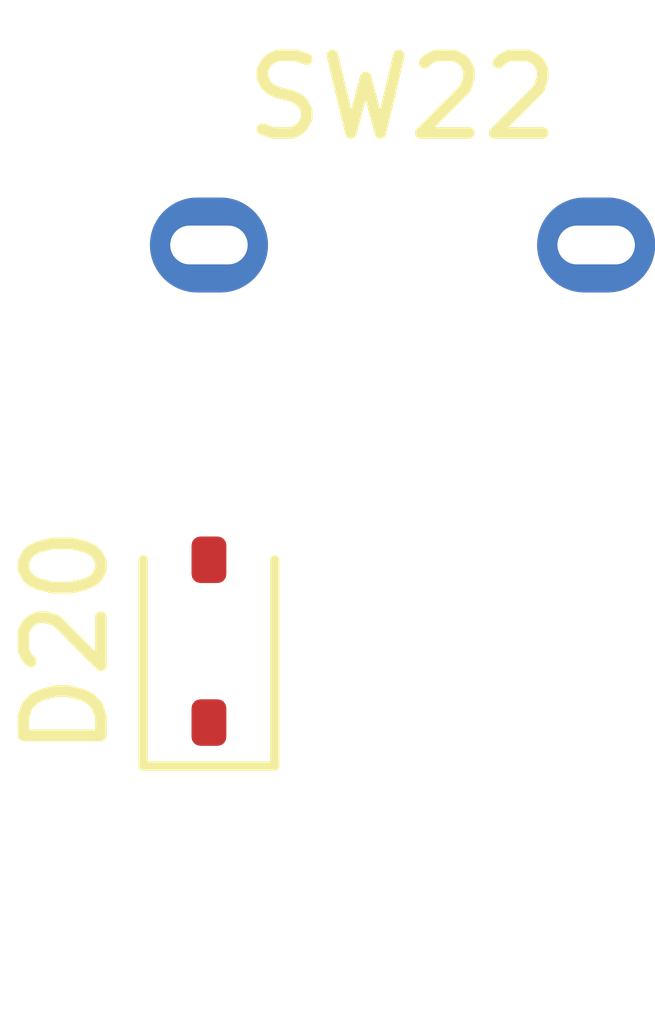
<source format=kicad_pcb>
(kicad_pcb (version 20240108) (generator "pcbnew") (generator_version "8.0")
  (layers (0 "F.Cu" signal) (31 "B.Cu" signal) (34 "B.Paste" user) (35 "F.Paste" user) (36 "B.SilkS" user "B.Silkscreen") (37 "F.SilkS" user "F.Silkscreen") (38 "B.Mask" user) (39 "F.Mask" user) (44 "Edge.Cuts" user))
  (net 0 "")
  (net 1 "/DiodeOut")
  (net 2 "/SWITCH")
  (footprint "Library:D_SOD-323" (layer "F.Cu") (at 17 23.61 90)
    (property "Reference" "D20" (at 0 -1.85 90) (layer "F.SilkS"))
    (property "Value" "D_Small")
    (fp_line (start -1.61 -0.85) (end 1.05 -0.85) (stroke (width 0.12)) (layer "F.SilkS"))
    (fp_line (start -1.61 -0.85) (end -1.61 0.85) (stroke (width 0.12)) (layer "F.SilkS"))
    (fp_line (start -1.61 0.85) (end 1.05 0.85) (stroke (width 0.12)) (layer "F.SilkS"))
    (pad "1" smd roundrect (at -1.05 0 90) (size 0.6 0.45) (layers "F.Cu" "F.Paste" "F.Mask") (net 1 "/DiodeOut"))
    (pad "2" smd roundrect (at 1.05 0 90) (size 0.6 0.45) (layers "F.Cu" "F.Paste" "F.Mask"))
  )
  (footprint "Library:Button_Mute_Kailh" (layer "F.Cu") (at 19.5 18.5)
    (property "Reference" "SW22" (at 0 -1.9 0) (layer "F.SilkS"))
    (property "Value" "SW_Push")
    (pad "1" thru_hole oval (at -2.5 0) (size 1.524 1.224) (drill oval 1 0.5) (layers "*.Cu" "*.Mask"))
    (pad "2" thru_hole oval (at 2.5 0) (size 1.524 1.224) (drill oval 1 0.5) (layers "*.Cu" "*.Mask") (net 2 "/SWITCH"))
  )
)
</source>
